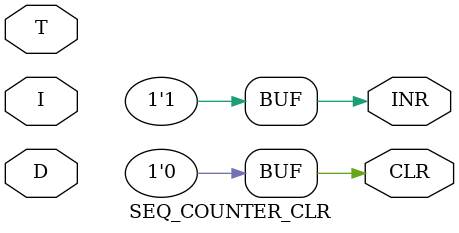
<source format=v>
`timescale 1ns / 1ps


module SEQ_COUNTER_CLR(CLR, INR, T, D, I);

	input [7:0] T, D;
	input I;
	
	output CLR, INR;
	
	wire a1, a2, a3, a4, a5, o1, o2;
	wire In = ~I;
	wire r = D[7] & In & T[3];
	
	assign o1 = D[4] | D[3];
	assign a2 = o1 & T[4];
	assign a3 = D[7] & T[3];
	assign o2 = D[2] | D[1] | D[0] | D[5];
	assign a5 = o2 & T[5];
	
	assign CLR = 0;
	assign INR = (~CLR);
	
endmodule

</source>
